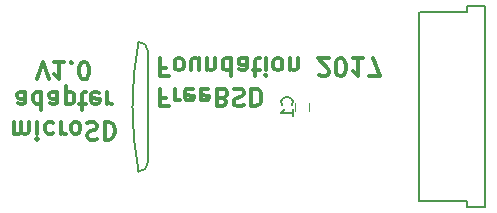
<source format=gbr>
G04 #@! TF.FileFunction,Legend,Bot*
%FSLAX46Y46*%
G04 Gerber Fmt 4.6, Leading zero omitted, Abs format (unit mm)*
G04 Created by KiCad (PCBNEW 4.0.7) date Thu Nov 23 13:57:06 2017*
%MOMM*%
%LPD*%
G01*
G04 APERTURE LIST*
%ADD10C,0.100000*%
%ADD11C,0.300000*%
%ADD12C,0.200000*%
%ADD13C,0.120000*%
%ADD14C,0.150000*%
G04 APERTURE END LIST*
D10*
D11*
X145282143Y-106907143D02*
X144782143Y-106907143D01*
X144782143Y-106121429D02*
X144782143Y-107621429D01*
X145496429Y-107621429D01*
X146067857Y-106121429D02*
X146067857Y-107121429D01*
X146067857Y-106835714D02*
X146139285Y-106978571D01*
X146210714Y-107050000D01*
X146353571Y-107121429D01*
X146496428Y-107121429D01*
X147567856Y-106192857D02*
X147424999Y-106121429D01*
X147139285Y-106121429D01*
X146996428Y-106192857D01*
X146924999Y-106335714D01*
X146924999Y-106907143D01*
X146996428Y-107050000D01*
X147139285Y-107121429D01*
X147424999Y-107121429D01*
X147567856Y-107050000D01*
X147639285Y-106907143D01*
X147639285Y-106764286D01*
X146924999Y-106621429D01*
X148853570Y-106192857D02*
X148710713Y-106121429D01*
X148424999Y-106121429D01*
X148282142Y-106192857D01*
X148210713Y-106335714D01*
X148210713Y-106907143D01*
X148282142Y-107050000D01*
X148424999Y-107121429D01*
X148710713Y-107121429D01*
X148853570Y-107050000D01*
X148924999Y-106907143D01*
X148924999Y-106764286D01*
X148210713Y-106621429D01*
X150067856Y-106907143D02*
X150282142Y-106835714D01*
X150353570Y-106764286D01*
X150424999Y-106621429D01*
X150424999Y-106407143D01*
X150353570Y-106264286D01*
X150282142Y-106192857D01*
X150139284Y-106121429D01*
X149567856Y-106121429D01*
X149567856Y-107621429D01*
X150067856Y-107621429D01*
X150210713Y-107550000D01*
X150282142Y-107478571D01*
X150353570Y-107335714D01*
X150353570Y-107192857D01*
X150282142Y-107050000D01*
X150210713Y-106978571D01*
X150067856Y-106907143D01*
X149567856Y-106907143D01*
X150996427Y-106192857D02*
X151210713Y-106121429D01*
X151567856Y-106121429D01*
X151710713Y-106192857D01*
X151782142Y-106264286D01*
X151853570Y-106407143D01*
X151853570Y-106550000D01*
X151782142Y-106692857D01*
X151710713Y-106764286D01*
X151567856Y-106835714D01*
X151282142Y-106907143D01*
X151139284Y-106978571D01*
X151067856Y-107050000D01*
X150996427Y-107192857D01*
X150996427Y-107335714D01*
X151067856Y-107478571D01*
X151139284Y-107550000D01*
X151282142Y-107621429D01*
X151639284Y-107621429D01*
X151853570Y-107550000D01*
X152496427Y-106121429D02*
X152496427Y-107621429D01*
X152853570Y-107621429D01*
X153067855Y-107550000D01*
X153210713Y-107407143D01*
X153282141Y-107264286D01*
X153353570Y-106978571D01*
X153353570Y-106764286D01*
X153282141Y-106478571D01*
X153210713Y-106335714D01*
X153067855Y-106192857D01*
X152853570Y-106121429D01*
X152496427Y-106121429D01*
X145282143Y-104357143D02*
X144782143Y-104357143D01*
X144782143Y-103571429D02*
X144782143Y-105071429D01*
X145496429Y-105071429D01*
X146282143Y-103571429D02*
X146139285Y-103642857D01*
X146067857Y-103714286D01*
X145996428Y-103857143D01*
X145996428Y-104285714D01*
X146067857Y-104428571D01*
X146139285Y-104500000D01*
X146282143Y-104571429D01*
X146496428Y-104571429D01*
X146639285Y-104500000D01*
X146710714Y-104428571D01*
X146782143Y-104285714D01*
X146782143Y-103857143D01*
X146710714Y-103714286D01*
X146639285Y-103642857D01*
X146496428Y-103571429D01*
X146282143Y-103571429D01*
X148067857Y-104571429D02*
X148067857Y-103571429D01*
X147425000Y-104571429D02*
X147425000Y-103785714D01*
X147496428Y-103642857D01*
X147639286Y-103571429D01*
X147853571Y-103571429D01*
X147996428Y-103642857D01*
X148067857Y-103714286D01*
X148782143Y-104571429D02*
X148782143Y-103571429D01*
X148782143Y-104428571D02*
X148853571Y-104500000D01*
X148996429Y-104571429D01*
X149210714Y-104571429D01*
X149353571Y-104500000D01*
X149425000Y-104357143D01*
X149425000Y-103571429D01*
X150782143Y-103571429D02*
X150782143Y-105071429D01*
X150782143Y-103642857D02*
X150639286Y-103571429D01*
X150353572Y-103571429D01*
X150210714Y-103642857D01*
X150139286Y-103714286D01*
X150067857Y-103857143D01*
X150067857Y-104285714D01*
X150139286Y-104428571D01*
X150210714Y-104500000D01*
X150353572Y-104571429D01*
X150639286Y-104571429D01*
X150782143Y-104500000D01*
X152139286Y-103571429D02*
X152139286Y-104357143D01*
X152067857Y-104500000D01*
X151925000Y-104571429D01*
X151639286Y-104571429D01*
X151496429Y-104500000D01*
X152139286Y-103642857D02*
X151996429Y-103571429D01*
X151639286Y-103571429D01*
X151496429Y-103642857D01*
X151425000Y-103785714D01*
X151425000Y-103928571D01*
X151496429Y-104071429D01*
X151639286Y-104142857D01*
X151996429Y-104142857D01*
X152139286Y-104214286D01*
X152639286Y-104571429D02*
X153210715Y-104571429D01*
X152853572Y-105071429D02*
X152853572Y-103785714D01*
X152925000Y-103642857D01*
X153067858Y-103571429D01*
X153210715Y-103571429D01*
X153710715Y-103571429D02*
X153710715Y-104571429D01*
X153710715Y-105071429D02*
X153639286Y-105000000D01*
X153710715Y-104928571D01*
X153782143Y-105000000D01*
X153710715Y-105071429D01*
X153710715Y-104928571D01*
X154639287Y-103571429D02*
X154496429Y-103642857D01*
X154425001Y-103714286D01*
X154353572Y-103857143D01*
X154353572Y-104285714D01*
X154425001Y-104428571D01*
X154496429Y-104500000D01*
X154639287Y-104571429D01*
X154853572Y-104571429D01*
X154996429Y-104500000D01*
X155067858Y-104428571D01*
X155139287Y-104285714D01*
X155139287Y-103857143D01*
X155067858Y-103714286D01*
X154996429Y-103642857D01*
X154853572Y-103571429D01*
X154639287Y-103571429D01*
X155782144Y-104571429D02*
X155782144Y-103571429D01*
X155782144Y-104428571D02*
X155853572Y-104500000D01*
X155996430Y-104571429D01*
X156210715Y-104571429D01*
X156353572Y-104500000D01*
X156425001Y-104357143D01*
X156425001Y-103571429D01*
X158210715Y-104928571D02*
X158282144Y-105000000D01*
X158425001Y-105071429D01*
X158782144Y-105071429D01*
X158925001Y-105000000D01*
X158996430Y-104928571D01*
X159067858Y-104785714D01*
X159067858Y-104642857D01*
X158996430Y-104428571D01*
X158139287Y-103571429D01*
X159067858Y-103571429D01*
X159996429Y-105071429D02*
X160139286Y-105071429D01*
X160282143Y-105000000D01*
X160353572Y-104928571D01*
X160425001Y-104785714D01*
X160496429Y-104500000D01*
X160496429Y-104142857D01*
X160425001Y-103857143D01*
X160353572Y-103714286D01*
X160282143Y-103642857D01*
X160139286Y-103571429D01*
X159996429Y-103571429D01*
X159853572Y-103642857D01*
X159782143Y-103714286D01*
X159710715Y-103857143D01*
X159639286Y-104142857D01*
X159639286Y-104500000D01*
X159710715Y-104785714D01*
X159782143Y-104928571D01*
X159853572Y-105000000D01*
X159996429Y-105071429D01*
X161925000Y-103571429D02*
X161067857Y-103571429D01*
X161496429Y-103571429D02*
X161496429Y-105071429D01*
X161353572Y-104857143D01*
X161210714Y-104714286D01*
X161067857Y-104642857D01*
X162425000Y-105071429D02*
X163425000Y-105071429D01*
X162782143Y-103571429D01*
X132375001Y-108946429D02*
X132375001Y-109946429D01*
X132375001Y-109803571D02*
X132446429Y-109875000D01*
X132589287Y-109946429D01*
X132803572Y-109946429D01*
X132946429Y-109875000D01*
X133017858Y-109732143D01*
X133017858Y-108946429D01*
X133017858Y-109732143D02*
X133089287Y-109875000D01*
X133232144Y-109946429D01*
X133446429Y-109946429D01*
X133589287Y-109875000D01*
X133660715Y-109732143D01*
X133660715Y-108946429D01*
X134375001Y-108946429D02*
X134375001Y-109946429D01*
X134375001Y-110446429D02*
X134303572Y-110375000D01*
X134375001Y-110303571D01*
X134446429Y-110375000D01*
X134375001Y-110446429D01*
X134375001Y-110303571D01*
X135732144Y-109017857D02*
X135589287Y-108946429D01*
X135303573Y-108946429D01*
X135160715Y-109017857D01*
X135089287Y-109089286D01*
X135017858Y-109232143D01*
X135017858Y-109660714D01*
X135089287Y-109803571D01*
X135160715Y-109875000D01*
X135303573Y-109946429D01*
X135589287Y-109946429D01*
X135732144Y-109875000D01*
X136375001Y-108946429D02*
X136375001Y-109946429D01*
X136375001Y-109660714D02*
X136446429Y-109803571D01*
X136517858Y-109875000D01*
X136660715Y-109946429D01*
X136803572Y-109946429D01*
X137517858Y-108946429D02*
X137375000Y-109017857D01*
X137303572Y-109089286D01*
X137232143Y-109232143D01*
X137232143Y-109660714D01*
X137303572Y-109803571D01*
X137375000Y-109875000D01*
X137517858Y-109946429D01*
X137732143Y-109946429D01*
X137875000Y-109875000D01*
X137946429Y-109803571D01*
X138017858Y-109660714D01*
X138017858Y-109232143D01*
X137946429Y-109089286D01*
X137875000Y-109017857D01*
X137732143Y-108946429D01*
X137517858Y-108946429D01*
X138589286Y-109017857D02*
X138803572Y-108946429D01*
X139160715Y-108946429D01*
X139303572Y-109017857D01*
X139375001Y-109089286D01*
X139446429Y-109232143D01*
X139446429Y-109375000D01*
X139375001Y-109517857D01*
X139303572Y-109589286D01*
X139160715Y-109660714D01*
X138875001Y-109732143D01*
X138732143Y-109803571D01*
X138660715Y-109875000D01*
X138589286Y-110017857D01*
X138589286Y-110160714D01*
X138660715Y-110303571D01*
X138732143Y-110375000D01*
X138875001Y-110446429D01*
X139232143Y-110446429D01*
X139446429Y-110375000D01*
X140089286Y-108946429D02*
X140089286Y-110446429D01*
X140446429Y-110446429D01*
X140660714Y-110375000D01*
X140803572Y-110232143D01*
X140875000Y-110089286D01*
X140946429Y-109803571D01*
X140946429Y-109589286D01*
X140875000Y-109303571D01*
X140803572Y-109160714D01*
X140660714Y-109017857D01*
X140446429Y-108946429D01*
X140089286Y-108946429D01*
X133375000Y-106396429D02*
X133375000Y-107182143D01*
X133303571Y-107325000D01*
X133160714Y-107396429D01*
X132875000Y-107396429D01*
X132732143Y-107325000D01*
X133375000Y-106467857D02*
X133232143Y-106396429D01*
X132875000Y-106396429D01*
X132732143Y-106467857D01*
X132660714Y-106610714D01*
X132660714Y-106753571D01*
X132732143Y-106896429D01*
X132875000Y-106967857D01*
X133232143Y-106967857D01*
X133375000Y-107039286D01*
X134732143Y-106396429D02*
X134732143Y-107896429D01*
X134732143Y-106467857D02*
X134589286Y-106396429D01*
X134303572Y-106396429D01*
X134160714Y-106467857D01*
X134089286Y-106539286D01*
X134017857Y-106682143D01*
X134017857Y-107110714D01*
X134089286Y-107253571D01*
X134160714Y-107325000D01*
X134303572Y-107396429D01*
X134589286Y-107396429D01*
X134732143Y-107325000D01*
X136089286Y-106396429D02*
X136089286Y-107182143D01*
X136017857Y-107325000D01*
X135875000Y-107396429D01*
X135589286Y-107396429D01*
X135446429Y-107325000D01*
X136089286Y-106467857D02*
X135946429Y-106396429D01*
X135589286Y-106396429D01*
X135446429Y-106467857D01*
X135375000Y-106610714D01*
X135375000Y-106753571D01*
X135446429Y-106896429D01*
X135589286Y-106967857D01*
X135946429Y-106967857D01*
X136089286Y-107039286D01*
X136803572Y-107396429D02*
X136803572Y-105896429D01*
X136803572Y-107325000D02*
X136946429Y-107396429D01*
X137232143Y-107396429D01*
X137375000Y-107325000D01*
X137446429Y-107253571D01*
X137517858Y-107110714D01*
X137517858Y-106682143D01*
X137446429Y-106539286D01*
X137375000Y-106467857D01*
X137232143Y-106396429D01*
X136946429Y-106396429D01*
X136803572Y-106467857D01*
X137946429Y-107396429D02*
X138517858Y-107396429D01*
X138160715Y-107896429D02*
X138160715Y-106610714D01*
X138232143Y-106467857D01*
X138375001Y-106396429D01*
X138517858Y-106396429D01*
X139589286Y-106467857D02*
X139446429Y-106396429D01*
X139160715Y-106396429D01*
X139017858Y-106467857D01*
X138946429Y-106610714D01*
X138946429Y-107182143D01*
X139017858Y-107325000D01*
X139160715Y-107396429D01*
X139446429Y-107396429D01*
X139589286Y-107325000D01*
X139660715Y-107182143D01*
X139660715Y-107039286D01*
X138946429Y-106896429D01*
X140303572Y-106396429D02*
X140303572Y-107396429D01*
X140303572Y-107110714D02*
X140375000Y-107253571D01*
X140446429Y-107325000D01*
X140589286Y-107396429D01*
X140732143Y-107396429D01*
X134339286Y-105346429D02*
X134839286Y-103846429D01*
X135339286Y-105346429D01*
X136625000Y-103846429D02*
X135767857Y-103846429D01*
X136196429Y-103846429D02*
X136196429Y-105346429D01*
X136053572Y-105132143D01*
X135910714Y-104989286D01*
X135767857Y-104917857D01*
X137267857Y-103989286D02*
X137339285Y-103917857D01*
X137267857Y-103846429D01*
X137196428Y-103917857D01*
X137267857Y-103989286D01*
X137267857Y-103846429D01*
X138267857Y-105346429D02*
X138410714Y-105346429D01*
X138553571Y-105275000D01*
X138625000Y-105203571D01*
X138696429Y-105060714D01*
X138767857Y-104775000D01*
X138767857Y-104417857D01*
X138696429Y-104132143D01*
X138625000Y-103989286D01*
X138553571Y-103917857D01*
X138410714Y-103846429D01*
X138267857Y-103846429D01*
X138125000Y-103917857D01*
X138053571Y-103989286D01*
X137982143Y-104132143D01*
X137910714Y-104417857D01*
X137910714Y-104775000D01*
X137982143Y-105060714D01*
X138053571Y-105203571D01*
X138125000Y-105275000D01*
X138267857Y-105346429D01*
D12*
X142943977Y-102182181D02*
G75*
G03X142950000Y-113150000I29306023J-5467819D01*
G01*
X143750000Y-102950000D02*
X143750000Y-112350000D01*
X143750000Y-102950000D02*
G75*
G03X142950000Y-102150000I-800000J0D01*
G01*
X142950000Y-113150000D02*
G75*
G03X143750000Y-112350000I0J800000D01*
G01*
D13*
X156225000Y-107300000D02*
X156225000Y-108000000D01*
X157425000Y-108000000D02*
X157425000Y-107300000D01*
D14*
X172250000Y-99150000D02*
X172250000Y-116150000D01*
X170750000Y-116150000D02*
X172250000Y-116150000D01*
X170750000Y-99150000D02*
X172250000Y-99150000D01*
X170750000Y-115650000D02*
X170750000Y-116150000D01*
X170750000Y-99650000D02*
X170750000Y-99150000D01*
X166694500Y-99649000D02*
X166694500Y-115651000D01*
X166750000Y-115650000D02*
X170750000Y-115650000D01*
X166750000Y-99650000D02*
X170750000Y-99650000D01*
X155932143Y-107483334D02*
X155979762Y-107435715D01*
X156027381Y-107292858D01*
X156027381Y-107197620D01*
X155979762Y-107054762D01*
X155884524Y-106959524D01*
X155789286Y-106911905D01*
X155598810Y-106864286D01*
X155455952Y-106864286D01*
X155265476Y-106911905D01*
X155170238Y-106959524D01*
X155075000Y-107054762D01*
X155027381Y-107197620D01*
X155027381Y-107292858D01*
X155075000Y-107435715D01*
X155122619Y-107483334D01*
X156027381Y-108435715D02*
X156027381Y-107864286D01*
X156027381Y-108150000D02*
X155027381Y-108150000D01*
X155170238Y-108054762D01*
X155265476Y-107959524D01*
X155313095Y-107864286D01*
M02*

</source>
